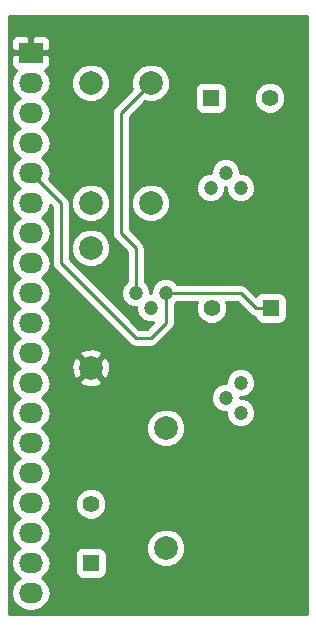
<source format=gbl>
G04 #@! TF.FileFunction,Copper,L2,Bot,Signal*
%FSLAX46Y46*%
G04 Gerber Fmt 4.6, Leading zero omitted, Abs format (unit mm)*
G04 Created by KiCad (PCBNEW 4.0.4+e1-6308~48~ubuntu16.04.1-stable) date Mon Oct 24 12:10:43 2016*
%MOMM*%
%LPD*%
G01*
G04 APERTURE LIST*
%ADD10C,0.100000*%
%ADD11R,1.400000X1.400000*%
%ADD12C,1.400000*%
%ADD13C,1.998980*%
%ADD14C,1.200000*%
%ADD15R,2.032000X1.727200*%
%ADD16O,2.032000X1.727200*%
%ADD17C,0.250000*%
%ADD18C,0.254000*%
G04 APERTURE END LIST*
D10*
D11*
X66040000Y-113030000D03*
D12*
X66040000Y-108030000D03*
D13*
X72390000Y-101600000D03*
X72390000Y-111760000D03*
D14*
X78740000Y-97790000D03*
X77470000Y-99060000D03*
X78740000Y-100330000D03*
X69850000Y-90170000D03*
X71120000Y-91440000D03*
X72390000Y-90170000D03*
D11*
X81280000Y-91440000D03*
D12*
X76280000Y-91440000D03*
D14*
X78740000Y-81280000D03*
X77470000Y-80010000D03*
X76200000Y-81280000D03*
D13*
X66040000Y-86360000D03*
X66040000Y-96520000D03*
D11*
X76200000Y-73660000D03*
D12*
X81200000Y-73660000D03*
D13*
X66040000Y-72390000D03*
X66040000Y-82550000D03*
X71120000Y-72390000D03*
X71120000Y-82550000D03*
D15*
X60960000Y-69850000D03*
D16*
X60960000Y-72390000D03*
X60960000Y-74930000D03*
X60960000Y-77470000D03*
X60960000Y-80010000D03*
X60960000Y-82550000D03*
X60960000Y-85090000D03*
X60960000Y-87630000D03*
X60960000Y-90170000D03*
X60960000Y-92710000D03*
X60960000Y-95250000D03*
X60960000Y-97790000D03*
X60960000Y-100330000D03*
X60960000Y-102870000D03*
X60960000Y-105410000D03*
X60960000Y-107950000D03*
X60960000Y-110490000D03*
X60960000Y-113030000D03*
X60960000Y-115570000D03*
D17*
X72390000Y-90170000D02*
X72390000Y-92710000D01*
X63500000Y-82550000D02*
X60960000Y-80010000D01*
X63500000Y-87630000D02*
X63500000Y-82550000D01*
X69850000Y-93980000D02*
X63500000Y-87630000D01*
X71120000Y-93980000D02*
X69850000Y-93980000D01*
X72390000Y-92710000D02*
X71120000Y-93980000D01*
X72390000Y-90170000D02*
X78740000Y-90170000D01*
X80010000Y-91440000D02*
X81280000Y-91440000D01*
X78740000Y-90170000D02*
X80010000Y-91440000D01*
X69850000Y-90170000D02*
X69850000Y-86360000D01*
X68580000Y-74930000D02*
X71120000Y-72390000D01*
X68580000Y-85090000D02*
X68580000Y-74930000D01*
X69850000Y-86360000D02*
X68580000Y-85090000D01*
D18*
G36*
X84380000Y-117400000D02*
X59130000Y-117400000D01*
X59130000Y-72390000D01*
X59276655Y-72390000D01*
X59390729Y-72963489D01*
X59715585Y-73449670D01*
X60030366Y-73660000D01*
X59715585Y-73870330D01*
X59390729Y-74356511D01*
X59276655Y-74930000D01*
X59390729Y-75503489D01*
X59715585Y-75989670D01*
X60030366Y-76200000D01*
X59715585Y-76410330D01*
X59390729Y-76896511D01*
X59276655Y-77470000D01*
X59390729Y-78043489D01*
X59715585Y-78529670D01*
X60030366Y-78740000D01*
X59715585Y-78950330D01*
X59390729Y-79436511D01*
X59276655Y-80010000D01*
X59390729Y-80583489D01*
X59715585Y-81069670D01*
X60030366Y-81280000D01*
X59715585Y-81490330D01*
X59390729Y-81976511D01*
X59276655Y-82550000D01*
X59390729Y-83123489D01*
X59715585Y-83609670D01*
X60030366Y-83820000D01*
X59715585Y-84030330D01*
X59390729Y-84516511D01*
X59276655Y-85090000D01*
X59390729Y-85663489D01*
X59715585Y-86149670D01*
X60030366Y-86360000D01*
X59715585Y-86570330D01*
X59390729Y-87056511D01*
X59276655Y-87630000D01*
X59390729Y-88203489D01*
X59715585Y-88689670D01*
X60030366Y-88900000D01*
X59715585Y-89110330D01*
X59390729Y-89596511D01*
X59276655Y-90170000D01*
X59390729Y-90743489D01*
X59715585Y-91229670D01*
X60030366Y-91440000D01*
X59715585Y-91650330D01*
X59390729Y-92136511D01*
X59276655Y-92710000D01*
X59390729Y-93283489D01*
X59715585Y-93769670D01*
X60030366Y-93980000D01*
X59715585Y-94190330D01*
X59390729Y-94676511D01*
X59276655Y-95250000D01*
X59390729Y-95823489D01*
X59715585Y-96309670D01*
X60030366Y-96520000D01*
X59715585Y-96730330D01*
X59390729Y-97216511D01*
X59276655Y-97790000D01*
X59390729Y-98363489D01*
X59715585Y-98849670D01*
X60030366Y-99060000D01*
X59715585Y-99270330D01*
X59390729Y-99756511D01*
X59276655Y-100330000D01*
X59390729Y-100903489D01*
X59715585Y-101389670D01*
X60030366Y-101600000D01*
X59715585Y-101810330D01*
X59390729Y-102296511D01*
X59276655Y-102870000D01*
X59390729Y-103443489D01*
X59715585Y-103929670D01*
X60030366Y-104140000D01*
X59715585Y-104350330D01*
X59390729Y-104836511D01*
X59276655Y-105410000D01*
X59390729Y-105983489D01*
X59715585Y-106469670D01*
X60030366Y-106680000D01*
X59715585Y-106890330D01*
X59390729Y-107376511D01*
X59276655Y-107950000D01*
X59390729Y-108523489D01*
X59715585Y-109009670D01*
X60030366Y-109220000D01*
X59715585Y-109430330D01*
X59390729Y-109916511D01*
X59276655Y-110490000D01*
X59390729Y-111063489D01*
X59715585Y-111549670D01*
X60030366Y-111760000D01*
X59715585Y-111970330D01*
X59390729Y-112456511D01*
X59276655Y-113030000D01*
X59390729Y-113603489D01*
X59715585Y-114089670D01*
X60030366Y-114300000D01*
X59715585Y-114510330D01*
X59390729Y-114996511D01*
X59276655Y-115570000D01*
X59390729Y-116143489D01*
X59715585Y-116629670D01*
X60201766Y-116954526D01*
X60775255Y-117068600D01*
X61144745Y-117068600D01*
X61718234Y-116954526D01*
X62204415Y-116629670D01*
X62529271Y-116143489D01*
X62643345Y-115570000D01*
X62529271Y-114996511D01*
X62204415Y-114510330D01*
X61889634Y-114300000D01*
X62204415Y-114089670D01*
X62529271Y-113603489D01*
X62643345Y-113030000D01*
X62529271Y-112456511D01*
X62444739Y-112330000D01*
X64692560Y-112330000D01*
X64692560Y-113730000D01*
X64736838Y-113965317D01*
X64875910Y-114181441D01*
X65088110Y-114326431D01*
X65340000Y-114377440D01*
X66740000Y-114377440D01*
X66975317Y-114333162D01*
X67191441Y-114194090D01*
X67336431Y-113981890D01*
X67387440Y-113730000D01*
X67387440Y-112330000D01*
X67343162Y-112094683D01*
X67336091Y-112083694D01*
X70755226Y-112083694D01*
X71003538Y-112684655D01*
X71462927Y-113144846D01*
X72063453Y-113394206D01*
X72713694Y-113394774D01*
X73314655Y-113146462D01*
X73774846Y-112687073D01*
X74024206Y-112086547D01*
X74024774Y-111436306D01*
X73776462Y-110835345D01*
X73317073Y-110375154D01*
X72716547Y-110125794D01*
X72066306Y-110125226D01*
X71465345Y-110373538D01*
X71005154Y-110832927D01*
X70755794Y-111433453D01*
X70755226Y-112083694D01*
X67336091Y-112083694D01*
X67204090Y-111878559D01*
X66991890Y-111733569D01*
X66740000Y-111682560D01*
X65340000Y-111682560D01*
X65104683Y-111726838D01*
X64888559Y-111865910D01*
X64743569Y-112078110D01*
X64692560Y-112330000D01*
X62444739Y-112330000D01*
X62204415Y-111970330D01*
X61889634Y-111760000D01*
X62204415Y-111549670D01*
X62529271Y-111063489D01*
X62643345Y-110490000D01*
X62529271Y-109916511D01*
X62204415Y-109430330D01*
X61889634Y-109220000D01*
X62204415Y-109009670D01*
X62529271Y-108523489D01*
X62574842Y-108294383D01*
X64704769Y-108294383D01*
X64907582Y-108785229D01*
X65282796Y-109161098D01*
X65773287Y-109364768D01*
X66304383Y-109365231D01*
X66795229Y-109162418D01*
X67171098Y-108787204D01*
X67374768Y-108296713D01*
X67375231Y-107765617D01*
X67172418Y-107274771D01*
X66797204Y-106898902D01*
X66306713Y-106695232D01*
X65775617Y-106694769D01*
X65284771Y-106897582D01*
X64908902Y-107272796D01*
X64705232Y-107763287D01*
X64704769Y-108294383D01*
X62574842Y-108294383D01*
X62643345Y-107950000D01*
X62529271Y-107376511D01*
X62204415Y-106890330D01*
X61889634Y-106680000D01*
X62204415Y-106469670D01*
X62529271Y-105983489D01*
X62643345Y-105410000D01*
X62529271Y-104836511D01*
X62204415Y-104350330D01*
X61889634Y-104140000D01*
X62204415Y-103929670D01*
X62529271Y-103443489D01*
X62643345Y-102870000D01*
X62529271Y-102296511D01*
X62280163Y-101923694D01*
X70755226Y-101923694D01*
X71003538Y-102524655D01*
X71462927Y-102984846D01*
X72063453Y-103234206D01*
X72713694Y-103234774D01*
X73314655Y-102986462D01*
X73774846Y-102527073D01*
X74024206Y-101926547D01*
X74024774Y-101276306D01*
X73776462Y-100675345D01*
X73317073Y-100215154D01*
X72716547Y-99965794D01*
X72066306Y-99965226D01*
X71465345Y-100213538D01*
X71005154Y-100672927D01*
X70755794Y-101273453D01*
X70755226Y-101923694D01*
X62280163Y-101923694D01*
X62204415Y-101810330D01*
X61889634Y-101600000D01*
X62204415Y-101389670D01*
X62529271Y-100903489D01*
X62643345Y-100330000D01*
X62529271Y-99756511D01*
X62227300Y-99304579D01*
X76234786Y-99304579D01*
X76422408Y-99758657D01*
X76769515Y-100106371D01*
X77223266Y-100294785D01*
X77505030Y-100295031D01*
X77504786Y-100574579D01*
X77692408Y-101028657D01*
X78039515Y-101376371D01*
X78493266Y-101564785D01*
X78984579Y-101565214D01*
X79438657Y-101377592D01*
X79786371Y-101030485D01*
X79974785Y-100576734D01*
X79975214Y-100085421D01*
X79787592Y-99631343D01*
X79440485Y-99283629D01*
X78986734Y-99095215D01*
X78704970Y-99094969D01*
X78705031Y-99024970D01*
X78984579Y-99025214D01*
X79438657Y-98837592D01*
X79786371Y-98490485D01*
X79974785Y-98036734D01*
X79975214Y-97545421D01*
X79787592Y-97091343D01*
X79440485Y-96743629D01*
X78986734Y-96555215D01*
X78495421Y-96554786D01*
X78041343Y-96742408D01*
X77693629Y-97089515D01*
X77505215Y-97543266D01*
X77504969Y-97825030D01*
X77225421Y-97824786D01*
X76771343Y-98012408D01*
X76423629Y-98359515D01*
X76235215Y-98813266D01*
X76234786Y-99304579D01*
X62227300Y-99304579D01*
X62204415Y-99270330D01*
X61889634Y-99060000D01*
X62204415Y-98849670D01*
X62529271Y-98363489D01*
X62643345Y-97790000D01*
X62619906Y-97672163D01*
X65067443Y-97672163D01*
X65166042Y-97938965D01*
X65775582Y-98165401D01*
X66425377Y-98141341D01*
X66913958Y-97938965D01*
X67012557Y-97672163D01*
X66040000Y-96699605D01*
X65067443Y-97672163D01*
X62619906Y-97672163D01*
X62529271Y-97216511D01*
X62204415Y-96730330D01*
X61889634Y-96520000D01*
X62204415Y-96309670D01*
X62240555Y-96255582D01*
X64394599Y-96255582D01*
X64418659Y-96905377D01*
X64621035Y-97393958D01*
X64887837Y-97492557D01*
X65860395Y-96520000D01*
X66219605Y-96520000D01*
X67192163Y-97492557D01*
X67458965Y-97393958D01*
X67685401Y-96784418D01*
X67661341Y-96134623D01*
X67458965Y-95646042D01*
X67192163Y-95547443D01*
X66219605Y-96520000D01*
X65860395Y-96520000D01*
X64887837Y-95547443D01*
X64621035Y-95646042D01*
X64394599Y-96255582D01*
X62240555Y-96255582D01*
X62529271Y-95823489D01*
X62619905Y-95367837D01*
X65067443Y-95367837D01*
X66040000Y-96340395D01*
X67012557Y-95367837D01*
X66913958Y-95101035D01*
X66304418Y-94874599D01*
X65654623Y-94898659D01*
X65166042Y-95101035D01*
X65067443Y-95367837D01*
X62619905Y-95367837D01*
X62643345Y-95250000D01*
X62529271Y-94676511D01*
X62204415Y-94190330D01*
X61889634Y-93980000D01*
X62204415Y-93769670D01*
X62529271Y-93283489D01*
X62643345Y-92710000D01*
X62529271Y-92136511D01*
X62204415Y-91650330D01*
X61889634Y-91440000D01*
X62204415Y-91229670D01*
X62529271Y-90743489D01*
X62643345Y-90170000D01*
X62529271Y-89596511D01*
X62204415Y-89110330D01*
X61889634Y-88900000D01*
X62204415Y-88689670D01*
X62529271Y-88203489D01*
X62643345Y-87630000D01*
X62529271Y-87056511D01*
X62204415Y-86570330D01*
X61889634Y-86360000D01*
X62204415Y-86149670D01*
X62529271Y-85663489D01*
X62643345Y-85090000D01*
X62529271Y-84516511D01*
X62204415Y-84030330D01*
X61889634Y-83820000D01*
X62204415Y-83609670D01*
X62529271Y-83123489D01*
X62607152Y-82731954D01*
X62740000Y-82864802D01*
X62740000Y-87630000D01*
X62797852Y-87920839D01*
X62962599Y-88167401D01*
X69312599Y-94517401D01*
X69559161Y-94682148D01*
X69850000Y-94740000D01*
X71120000Y-94740000D01*
X71410839Y-94682148D01*
X71657401Y-94517401D01*
X72927401Y-93247401D01*
X73092148Y-93000840D01*
X73150000Y-92710000D01*
X73150000Y-91156356D01*
X73376752Y-90930000D01*
X75046254Y-90930000D01*
X74945232Y-91173287D01*
X74944769Y-91704383D01*
X75147582Y-92195229D01*
X75522796Y-92571098D01*
X76013287Y-92774768D01*
X76544383Y-92775231D01*
X77035229Y-92572418D01*
X77411098Y-92197204D01*
X77614768Y-91706713D01*
X77615231Y-91175617D01*
X77513744Y-90930000D01*
X78425198Y-90930000D01*
X79472599Y-91977401D01*
X79719160Y-92142148D01*
X79941278Y-92186330D01*
X79976838Y-92375317D01*
X80115910Y-92591441D01*
X80328110Y-92736431D01*
X80580000Y-92787440D01*
X81980000Y-92787440D01*
X82215317Y-92743162D01*
X82431441Y-92604090D01*
X82576431Y-92391890D01*
X82627440Y-92140000D01*
X82627440Y-90740000D01*
X82583162Y-90504683D01*
X82444090Y-90288559D01*
X82231890Y-90143569D01*
X81980000Y-90092560D01*
X80580000Y-90092560D01*
X80344683Y-90136838D01*
X80128559Y-90275910D01*
X80044190Y-90399388D01*
X79277401Y-89632599D01*
X79030839Y-89467852D01*
X78740000Y-89410000D01*
X73376356Y-89410000D01*
X73090485Y-89123629D01*
X72636734Y-88935215D01*
X72145421Y-88934786D01*
X71691343Y-89122408D01*
X71343629Y-89469515D01*
X71155215Y-89923266D01*
X71154969Y-90205030D01*
X71084970Y-90204969D01*
X71085214Y-89925421D01*
X70897592Y-89471343D01*
X70610000Y-89183248D01*
X70610000Y-86360000D01*
X70587219Y-86245474D01*
X70552148Y-86069160D01*
X70387401Y-85822599D01*
X69340000Y-84775198D01*
X69340000Y-82873694D01*
X69485226Y-82873694D01*
X69733538Y-83474655D01*
X70192927Y-83934846D01*
X70793453Y-84184206D01*
X71443694Y-84184774D01*
X72044655Y-83936462D01*
X72504846Y-83477073D01*
X72754206Y-82876547D01*
X72754774Y-82226306D01*
X72506462Y-81625345D01*
X72405872Y-81524579D01*
X74964786Y-81524579D01*
X75152408Y-81978657D01*
X75499515Y-82326371D01*
X75953266Y-82514785D01*
X76444579Y-82515214D01*
X76898657Y-82327592D01*
X77246371Y-81980485D01*
X77434785Y-81526734D01*
X77435031Y-81244970D01*
X77505030Y-81245031D01*
X77504786Y-81524579D01*
X77692408Y-81978657D01*
X78039515Y-82326371D01*
X78493266Y-82514785D01*
X78984579Y-82515214D01*
X79438657Y-82327592D01*
X79786371Y-81980485D01*
X79974785Y-81526734D01*
X79975214Y-81035421D01*
X79787592Y-80581343D01*
X79440485Y-80233629D01*
X78986734Y-80045215D01*
X78704970Y-80044969D01*
X78705214Y-79765421D01*
X78517592Y-79311343D01*
X78170485Y-78963629D01*
X77716734Y-78775215D01*
X77225421Y-78774786D01*
X76771343Y-78962408D01*
X76423629Y-79309515D01*
X76235215Y-79763266D01*
X76234969Y-80045030D01*
X75955421Y-80044786D01*
X75501343Y-80232408D01*
X75153629Y-80579515D01*
X74965215Y-81033266D01*
X74964786Y-81524579D01*
X72405872Y-81524579D01*
X72047073Y-81165154D01*
X71446547Y-80915794D01*
X70796306Y-80915226D01*
X70195345Y-81163538D01*
X69735154Y-81622927D01*
X69485794Y-82223453D01*
X69485226Y-82873694D01*
X69340000Y-82873694D01*
X69340000Y-75244802D01*
X70628917Y-73955885D01*
X70793453Y-74024206D01*
X71443694Y-74024774D01*
X72044655Y-73776462D01*
X72504846Y-73317073D01*
X72653115Y-72960000D01*
X74852560Y-72960000D01*
X74852560Y-74360000D01*
X74896838Y-74595317D01*
X75035910Y-74811441D01*
X75248110Y-74956431D01*
X75500000Y-75007440D01*
X76900000Y-75007440D01*
X77135317Y-74963162D01*
X77351441Y-74824090D01*
X77496431Y-74611890D01*
X77547440Y-74360000D01*
X77547440Y-73924383D01*
X79864769Y-73924383D01*
X80067582Y-74415229D01*
X80442796Y-74791098D01*
X80933287Y-74994768D01*
X81464383Y-74995231D01*
X81955229Y-74792418D01*
X82331098Y-74417204D01*
X82534768Y-73926713D01*
X82535231Y-73395617D01*
X82332418Y-72904771D01*
X81957204Y-72528902D01*
X81466713Y-72325232D01*
X80935617Y-72324769D01*
X80444771Y-72527582D01*
X80068902Y-72902796D01*
X79865232Y-73393287D01*
X79864769Y-73924383D01*
X77547440Y-73924383D01*
X77547440Y-72960000D01*
X77503162Y-72724683D01*
X77364090Y-72508559D01*
X77151890Y-72363569D01*
X76900000Y-72312560D01*
X75500000Y-72312560D01*
X75264683Y-72356838D01*
X75048559Y-72495910D01*
X74903569Y-72708110D01*
X74852560Y-72960000D01*
X72653115Y-72960000D01*
X72754206Y-72716547D01*
X72754774Y-72066306D01*
X72506462Y-71465345D01*
X72047073Y-71005154D01*
X71446547Y-70755794D01*
X70796306Y-70755226D01*
X70195345Y-71003538D01*
X69735154Y-71462927D01*
X69485794Y-72063453D01*
X69485226Y-72713694D01*
X69554309Y-72880889D01*
X68042599Y-74392599D01*
X67877852Y-74639161D01*
X67820000Y-74930000D01*
X67820000Y-85090000D01*
X67877852Y-85380839D01*
X68042599Y-85627401D01*
X69090000Y-86674802D01*
X69090000Y-89183644D01*
X68803629Y-89469515D01*
X68615215Y-89923266D01*
X68614786Y-90414579D01*
X68802408Y-90868657D01*
X69149515Y-91216371D01*
X69603266Y-91404785D01*
X69885030Y-91405031D01*
X69884786Y-91684579D01*
X70072408Y-92138657D01*
X70419515Y-92486371D01*
X70873266Y-92674785D01*
X71349997Y-92675201D01*
X70805198Y-93220000D01*
X70164802Y-93220000D01*
X64260000Y-87315198D01*
X64260000Y-86683694D01*
X64405226Y-86683694D01*
X64653538Y-87284655D01*
X65112927Y-87744846D01*
X65713453Y-87994206D01*
X66363694Y-87994774D01*
X66964655Y-87746462D01*
X67424846Y-87287073D01*
X67674206Y-86686547D01*
X67674774Y-86036306D01*
X67426462Y-85435345D01*
X66967073Y-84975154D01*
X66366547Y-84725794D01*
X65716306Y-84725226D01*
X65115345Y-84973538D01*
X64655154Y-85432927D01*
X64405794Y-86033453D01*
X64405226Y-86683694D01*
X64260000Y-86683694D01*
X64260000Y-82873694D01*
X64405226Y-82873694D01*
X64653538Y-83474655D01*
X65112927Y-83934846D01*
X65713453Y-84184206D01*
X66363694Y-84184774D01*
X66964655Y-83936462D01*
X67424846Y-83477073D01*
X67674206Y-82876547D01*
X67674774Y-82226306D01*
X67426462Y-81625345D01*
X66967073Y-81165154D01*
X66366547Y-80915794D01*
X65716306Y-80915226D01*
X65115345Y-81163538D01*
X64655154Y-81622927D01*
X64405794Y-82223453D01*
X64405226Y-82873694D01*
X64260000Y-82873694D01*
X64260000Y-82550000D01*
X64202148Y-82259161D01*
X64202148Y-82259160D01*
X64037401Y-82012599D01*
X62542381Y-80517579D01*
X62643345Y-80010000D01*
X62529271Y-79436511D01*
X62204415Y-78950330D01*
X61889634Y-78740000D01*
X62204415Y-78529670D01*
X62529271Y-78043489D01*
X62643345Y-77470000D01*
X62529271Y-76896511D01*
X62204415Y-76410330D01*
X61889634Y-76200000D01*
X62204415Y-75989670D01*
X62529271Y-75503489D01*
X62643345Y-74930000D01*
X62529271Y-74356511D01*
X62204415Y-73870330D01*
X61889634Y-73660000D01*
X62204415Y-73449670D01*
X62529271Y-72963489D01*
X62578958Y-72713694D01*
X64405226Y-72713694D01*
X64653538Y-73314655D01*
X65112927Y-73774846D01*
X65713453Y-74024206D01*
X66363694Y-74024774D01*
X66964655Y-73776462D01*
X67424846Y-73317073D01*
X67674206Y-72716547D01*
X67674774Y-72066306D01*
X67426462Y-71465345D01*
X66967073Y-71005154D01*
X66366547Y-70755794D01*
X65716306Y-70755226D01*
X65115345Y-71003538D01*
X64655154Y-71462927D01*
X64405794Y-72063453D01*
X64405226Y-72713694D01*
X62578958Y-72713694D01*
X62643345Y-72390000D01*
X62529271Y-71816511D01*
X62204415Y-71330330D01*
X62182220Y-71315500D01*
X62335699Y-71251927D01*
X62514327Y-71073298D01*
X62611000Y-70839909D01*
X62611000Y-70135750D01*
X62452250Y-69977000D01*
X61087000Y-69977000D01*
X61087000Y-69997000D01*
X60833000Y-69997000D01*
X60833000Y-69977000D01*
X59467750Y-69977000D01*
X59309000Y-70135750D01*
X59309000Y-70839909D01*
X59405673Y-71073298D01*
X59584301Y-71251927D01*
X59737780Y-71315500D01*
X59715585Y-71330330D01*
X59390729Y-71816511D01*
X59276655Y-72390000D01*
X59130000Y-72390000D01*
X59130000Y-68860091D01*
X59309000Y-68860091D01*
X59309000Y-69564250D01*
X59467750Y-69723000D01*
X60833000Y-69723000D01*
X60833000Y-68510150D01*
X61087000Y-68510150D01*
X61087000Y-69723000D01*
X62452250Y-69723000D01*
X62611000Y-69564250D01*
X62611000Y-68860091D01*
X62514327Y-68626702D01*
X62335699Y-68448073D01*
X62102310Y-68351400D01*
X61245750Y-68351400D01*
X61087000Y-68510150D01*
X60833000Y-68510150D01*
X60674250Y-68351400D01*
X59817690Y-68351400D01*
X59584301Y-68448073D01*
X59405673Y-68626702D01*
X59309000Y-68860091D01*
X59130000Y-68860091D01*
X59130000Y-66750000D01*
X84380000Y-66750000D01*
X84380000Y-117400000D01*
X84380000Y-117400000D01*
G37*
X84380000Y-117400000D02*
X59130000Y-117400000D01*
X59130000Y-72390000D01*
X59276655Y-72390000D01*
X59390729Y-72963489D01*
X59715585Y-73449670D01*
X60030366Y-73660000D01*
X59715585Y-73870330D01*
X59390729Y-74356511D01*
X59276655Y-74930000D01*
X59390729Y-75503489D01*
X59715585Y-75989670D01*
X60030366Y-76200000D01*
X59715585Y-76410330D01*
X59390729Y-76896511D01*
X59276655Y-77470000D01*
X59390729Y-78043489D01*
X59715585Y-78529670D01*
X60030366Y-78740000D01*
X59715585Y-78950330D01*
X59390729Y-79436511D01*
X59276655Y-80010000D01*
X59390729Y-80583489D01*
X59715585Y-81069670D01*
X60030366Y-81280000D01*
X59715585Y-81490330D01*
X59390729Y-81976511D01*
X59276655Y-82550000D01*
X59390729Y-83123489D01*
X59715585Y-83609670D01*
X60030366Y-83820000D01*
X59715585Y-84030330D01*
X59390729Y-84516511D01*
X59276655Y-85090000D01*
X59390729Y-85663489D01*
X59715585Y-86149670D01*
X60030366Y-86360000D01*
X59715585Y-86570330D01*
X59390729Y-87056511D01*
X59276655Y-87630000D01*
X59390729Y-88203489D01*
X59715585Y-88689670D01*
X60030366Y-88900000D01*
X59715585Y-89110330D01*
X59390729Y-89596511D01*
X59276655Y-90170000D01*
X59390729Y-90743489D01*
X59715585Y-91229670D01*
X60030366Y-91440000D01*
X59715585Y-91650330D01*
X59390729Y-92136511D01*
X59276655Y-92710000D01*
X59390729Y-93283489D01*
X59715585Y-93769670D01*
X60030366Y-93980000D01*
X59715585Y-94190330D01*
X59390729Y-94676511D01*
X59276655Y-95250000D01*
X59390729Y-95823489D01*
X59715585Y-96309670D01*
X60030366Y-96520000D01*
X59715585Y-96730330D01*
X59390729Y-97216511D01*
X59276655Y-97790000D01*
X59390729Y-98363489D01*
X59715585Y-98849670D01*
X60030366Y-99060000D01*
X59715585Y-99270330D01*
X59390729Y-99756511D01*
X59276655Y-100330000D01*
X59390729Y-100903489D01*
X59715585Y-101389670D01*
X60030366Y-101600000D01*
X59715585Y-101810330D01*
X59390729Y-102296511D01*
X59276655Y-102870000D01*
X59390729Y-103443489D01*
X59715585Y-103929670D01*
X60030366Y-104140000D01*
X59715585Y-104350330D01*
X59390729Y-104836511D01*
X59276655Y-105410000D01*
X59390729Y-105983489D01*
X59715585Y-106469670D01*
X60030366Y-106680000D01*
X59715585Y-106890330D01*
X59390729Y-107376511D01*
X59276655Y-107950000D01*
X59390729Y-108523489D01*
X59715585Y-109009670D01*
X60030366Y-109220000D01*
X59715585Y-109430330D01*
X59390729Y-109916511D01*
X59276655Y-110490000D01*
X59390729Y-111063489D01*
X59715585Y-111549670D01*
X60030366Y-111760000D01*
X59715585Y-111970330D01*
X59390729Y-112456511D01*
X59276655Y-113030000D01*
X59390729Y-113603489D01*
X59715585Y-114089670D01*
X60030366Y-114300000D01*
X59715585Y-114510330D01*
X59390729Y-114996511D01*
X59276655Y-115570000D01*
X59390729Y-116143489D01*
X59715585Y-116629670D01*
X60201766Y-116954526D01*
X60775255Y-117068600D01*
X61144745Y-117068600D01*
X61718234Y-116954526D01*
X62204415Y-116629670D01*
X62529271Y-116143489D01*
X62643345Y-115570000D01*
X62529271Y-114996511D01*
X62204415Y-114510330D01*
X61889634Y-114300000D01*
X62204415Y-114089670D01*
X62529271Y-113603489D01*
X62643345Y-113030000D01*
X62529271Y-112456511D01*
X62444739Y-112330000D01*
X64692560Y-112330000D01*
X64692560Y-113730000D01*
X64736838Y-113965317D01*
X64875910Y-114181441D01*
X65088110Y-114326431D01*
X65340000Y-114377440D01*
X66740000Y-114377440D01*
X66975317Y-114333162D01*
X67191441Y-114194090D01*
X67336431Y-113981890D01*
X67387440Y-113730000D01*
X67387440Y-112330000D01*
X67343162Y-112094683D01*
X67336091Y-112083694D01*
X70755226Y-112083694D01*
X71003538Y-112684655D01*
X71462927Y-113144846D01*
X72063453Y-113394206D01*
X72713694Y-113394774D01*
X73314655Y-113146462D01*
X73774846Y-112687073D01*
X74024206Y-112086547D01*
X74024774Y-111436306D01*
X73776462Y-110835345D01*
X73317073Y-110375154D01*
X72716547Y-110125794D01*
X72066306Y-110125226D01*
X71465345Y-110373538D01*
X71005154Y-110832927D01*
X70755794Y-111433453D01*
X70755226Y-112083694D01*
X67336091Y-112083694D01*
X67204090Y-111878559D01*
X66991890Y-111733569D01*
X66740000Y-111682560D01*
X65340000Y-111682560D01*
X65104683Y-111726838D01*
X64888559Y-111865910D01*
X64743569Y-112078110D01*
X64692560Y-112330000D01*
X62444739Y-112330000D01*
X62204415Y-111970330D01*
X61889634Y-111760000D01*
X62204415Y-111549670D01*
X62529271Y-111063489D01*
X62643345Y-110490000D01*
X62529271Y-109916511D01*
X62204415Y-109430330D01*
X61889634Y-109220000D01*
X62204415Y-109009670D01*
X62529271Y-108523489D01*
X62574842Y-108294383D01*
X64704769Y-108294383D01*
X64907582Y-108785229D01*
X65282796Y-109161098D01*
X65773287Y-109364768D01*
X66304383Y-109365231D01*
X66795229Y-109162418D01*
X67171098Y-108787204D01*
X67374768Y-108296713D01*
X67375231Y-107765617D01*
X67172418Y-107274771D01*
X66797204Y-106898902D01*
X66306713Y-106695232D01*
X65775617Y-106694769D01*
X65284771Y-106897582D01*
X64908902Y-107272796D01*
X64705232Y-107763287D01*
X64704769Y-108294383D01*
X62574842Y-108294383D01*
X62643345Y-107950000D01*
X62529271Y-107376511D01*
X62204415Y-106890330D01*
X61889634Y-106680000D01*
X62204415Y-106469670D01*
X62529271Y-105983489D01*
X62643345Y-105410000D01*
X62529271Y-104836511D01*
X62204415Y-104350330D01*
X61889634Y-104140000D01*
X62204415Y-103929670D01*
X62529271Y-103443489D01*
X62643345Y-102870000D01*
X62529271Y-102296511D01*
X62280163Y-101923694D01*
X70755226Y-101923694D01*
X71003538Y-102524655D01*
X71462927Y-102984846D01*
X72063453Y-103234206D01*
X72713694Y-103234774D01*
X73314655Y-102986462D01*
X73774846Y-102527073D01*
X74024206Y-101926547D01*
X74024774Y-101276306D01*
X73776462Y-100675345D01*
X73317073Y-100215154D01*
X72716547Y-99965794D01*
X72066306Y-99965226D01*
X71465345Y-100213538D01*
X71005154Y-100672927D01*
X70755794Y-101273453D01*
X70755226Y-101923694D01*
X62280163Y-101923694D01*
X62204415Y-101810330D01*
X61889634Y-101600000D01*
X62204415Y-101389670D01*
X62529271Y-100903489D01*
X62643345Y-100330000D01*
X62529271Y-99756511D01*
X62227300Y-99304579D01*
X76234786Y-99304579D01*
X76422408Y-99758657D01*
X76769515Y-100106371D01*
X77223266Y-100294785D01*
X77505030Y-100295031D01*
X77504786Y-100574579D01*
X77692408Y-101028657D01*
X78039515Y-101376371D01*
X78493266Y-101564785D01*
X78984579Y-101565214D01*
X79438657Y-101377592D01*
X79786371Y-101030485D01*
X79974785Y-100576734D01*
X79975214Y-100085421D01*
X79787592Y-99631343D01*
X79440485Y-99283629D01*
X78986734Y-99095215D01*
X78704970Y-99094969D01*
X78705031Y-99024970D01*
X78984579Y-99025214D01*
X79438657Y-98837592D01*
X79786371Y-98490485D01*
X79974785Y-98036734D01*
X79975214Y-97545421D01*
X79787592Y-97091343D01*
X79440485Y-96743629D01*
X78986734Y-96555215D01*
X78495421Y-96554786D01*
X78041343Y-96742408D01*
X77693629Y-97089515D01*
X77505215Y-97543266D01*
X77504969Y-97825030D01*
X77225421Y-97824786D01*
X76771343Y-98012408D01*
X76423629Y-98359515D01*
X76235215Y-98813266D01*
X76234786Y-99304579D01*
X62227300Y-99304579D01*
X62204415Y-99270330D01*
X61889634Y-99060000D01*
X62204415Y-98849670D01*
X62529271Y-98363489D01*
X62643345Y-97790000D01*
X62619906Y-97672163D01*
X65067443Y-97672163D01*
X65166042Y-97938965D01*
X65775582Y-98165401D01*
X66425377Y-98141341D01*
X66913958Y-97938965D01*
X67012557Y-97672163D01*
X66040000Y-96699605D01*
X65067443Y-97672163D01*
X62619906Y-97672163D01*
X62529271Y-97216511D01*
X62204415Y-96730330D01*
X61889634Y-96520000D01*
X62204415Y-96309670D01*
X62240555Y-96255582D01*
X64394599Y-96255582D01*
X64418659Y-96905377D01*
X64621035Y-97393958D01*
X64887837Y-97492557D01*
X65860395Y-96520000D01*
X66219605Y-96520000D01*
X67192163Y-97492557D01*
X67458965Y-97393958D01*
X67685401Y-96784418D01*
X67661341Y-96134623D01*
X67458965Y-95646042D01*
X67192163Y-95547443D01*
X66219605Y-96520000D01*
X65860395Y-96520000D01*
X64887837Y-95547443D01*
X64621035Y-95646042D01*
X64394599Y-96255582D01*
X62240555Y-96255582D01*
X62529271Y-95823489D01*
X62619905Y-95367837D01*
X65067443Y-95367837D01*
X66040000Y-96340395D01*
X67012557Y-95367837D01*
X66913958Y-95101035D01*
X66304418Y-94874599D01*
X65654623Y-94898659D01*
X65166042Y-95101035D01*
X65067443Y-95367837D01*
X62619905Y-95367837D01*
X62643345Y-95250000D01*
X62529271Y-94676511D01*
X62204415Y-94190330D01*
X61889634Y-93980000D01*
X62204415Y-93769670D01*
X62529271Y-93283489D01*
X62643345Y-92710000D01*
X62529271Y-92136511D01*
X62204415Y-91650330D01*
X61889634Y-91440000D01*
X62204415Y-91229670D01*
X62529271Y-90743489D01*
X62643345Y-90170000D01*
X62529271Y-89596511D01*
X62204415Y-89110330D01*
X61889634Y-88900000D01*
X62204415Y-88689670D01*
X62529271Y-88203489D01*
X62643345Y-87630000D01*
X62529271Y-87056511D01*
X62204415Y-86570330D01*
X61889634Y-86360000D01*
X62204415Y-86149670D01*
X62529271Y-85663489D01*
X62643345Y-85090000D01*
X62529271Y-84516511D01*
X62204415Y-84030330D01*
X61889634Y-83820000D01*
X62204415Y-83609670D01*
X62529271Y-83123489D01*
X62607152Y-82731954D01*
X62740000Y-82864802D01*
X62740000Y-87630000D01*
X62797852Y-87920839D01*
X62962599Y-88167401D01*
X69312599Y-94517401D01*
X69559161Y-94682148D01*
X69850000Y-94740000D01*
X71120000Y-94740000D01*
X71410839Y-94682148D01*
X71657401Y-94517401D01*
X72927401Y-93247401D01*
X73092148Y-93000840D01*
X73150000Y-92710000D01*
X73150000Y-91156356D01*
X73376752Y-90930000D01*
X75046254Y-90930000D01*
X74945232Y-91173287D01*
X74944769Y-91704383D01*
X75147582Y-92195229D01*
X75522796Y-92571098D01*
X76013287Y-92774768D01*
X76544383Y-92775231D01*
X77035229Y-92572418D01*
X77411098Y-92197204D01*
X77614768Y-91706713D01*
X77615231Y-91175617D01*
X77513744Y-90930000D01*
X78425198Y-90930000D01*
X79472599Y-91977401D01*
X79719160Y-92142148D01*
X79941278Y-92186330D01*
X79976838Y-92375317D01*
X80115910Y-92591441D01*
X80328110Y-92736431D01*
X80580000Y-92787440D01*
X81980000Y-92787440D01*
X82215317Y-92743162D01*
X82431441Y-92604090D01*
X82576431Y-92391890D01*
X82627440Y-92140000D01*
X82627440Y-90740000D01*
X82583162Y-90504683D01*
X82444090Y-90288559D01*
X82231890Y-90143569D01*
X81980000Y-90092560D01*
X80580000Y-90092560D01*
X80344683Y-90136838D01*
X80128559Y-90275910D01*
X80044190Y-90399388D01*
X79277401Y-89632599D01*
X79030839Y-89467852D01*
X78740000Y-89410000D01*
X73376356Y-89410000D01*
X73090485Y-89123629D01*
X72636734Y-88935215D01*
X72145421Y-88934786D01*
X71691343Y-89122408D01*
X71343629Y-89469515D01*
X71155215Y-89923266D01*
X71154969Y-90205030D01*
X71084970Y-90204969D01*
X71085214Y-89925421D01*
X70897592Y-89471343D01*
X70610000Y-89183248D01*
X70610000Y-86360000D01*
X70587219Y-86245474D01*
X70552148Y-86069160D01*
X70387401Y-85822599D01*
X69340000Y-84775198D01*
X69340000Y-82873694D01*
X69485226Y-82873694D01*
X69733538Y-83474655D01*
X70192927Y-83934846D01*
X70793453Y-84184206D01*
X71443694Y-84184774D01*
X72044655Y-83936462D01*
X72504846Y-83477073D01*
X72754206Y-82876547D01*
X72754774Y-82226306D01*
X72506462Y-81625345D01*
X72405872Y-81524579D01*
X74964786Y-81524579D01*
X75152408Y-81978657D01*
X75499515Y-82326371D01*
X75953266Y-82514785D01*
X76444579Y-82515214D01*
X76898657Y-82327592D01*
X77246371Y-81980485D01*
X77434785Y-81526734D01*
X77435031Y-81244970D01*
X77505030Y-81245031D01*
X77504786Y-81524579D01*
X77692408Y-81978657D01*
X78039515Y-82326371D01*
X78493266Y-82514785D01*
X78984579Y-82515214D01*
X79438657Y-82327592D01*
X79786371Y-81980485D01*
X79974785Y-81526734D01*
X79975214Y-81035421D01*
X79787592Y-80581343D01*
X79440485Y-80233629D01*
X78986734Y-80045215D01*
X78704970Y-80044969D01*
X78705214Y-79765421D01*
X78517592Y-79311343D01*
X78170485Y-78963629D01*
X77716734Y-78775215D01*
X77225421Y-78774786D01*
X76771343Y-78962408D01*
X76423629Y-79309515D01*
X76235215Y-79763266D01*
X76234969Y-80045030D01*
X75955421Y-80044786D01*
X75501343Y-80232408D01*
X75153629Y-80579515D01*
X74965215Y-81033266D01*
X74964786Y-81524579D01*
X72405872Y-81524579D01*
X72047073Y-81165154D01*
X71446547Y-80915794D01*
X70796306Y-80915226D01*
X70195345Y-81163538D01*
X69735154Y-81622927D01*
X69485794Y-82223453D01*
X69485226Y-82873694D01*
X69340000Y-82873694D01*
X69340000Y-75244802D01*
X70628917Y-73955885D01*
X70793453Y-74024206D01*
X71443694Y-74024774D01*
X72044655Y-73776462D01*
X72504846Y-73317073D01*
X72653115Y-72960000D01*
X74852560Y-72960000D01*
X74852560Y-74360000D01*
X74896838Y-74595317D01*
X75035910Y-74811441D01*
X75248110Y-74956431D01*
X75500000Y-75007440D01*
X76900000Y-75007440D01*
X77135317Y-74963162D01*
X77351441Y-74824090D01*
X77496431Y-74611890D01*
X77547440Y-74360000D01*
X77547440Y-73924383D01*
X79864769Y-73924383D01*
X80067582Y-74415229D01*
X80442796Y-74791098D01*
X80933287Y-74994768D01*
X81464383Y-74995231D01*
X81955229Y-74792418D01*
X82331098Y-74417204D01*
X82534768Y-73926713D01*
X82535231Y-73395617D01*
X82332418Y-72904771D01*
X81957204Y-72528902D01*
X81466713Y-72325232D01*
X80935617Y-72324769D01*
X80444771Y-72527582D01*
X80068902Y-72902796D01*
X79865232Y-73393287D01*
X79864769Y-73924383D01*
X77547440Y-73924383D01*
X77547440Y-72960000D01*
X77503162Y-72724683D01*
X77364090Y-72508559D01*
X77151890Y-72363569D01*
X76900000Y-72312560D01*
X75500000Y-72312560D01*
X75264683Y-72356838D01*
X75048559Y-72495910D01*
X74903569Y-72708110D01*
X74852560Y-72960000D01*
X72653115Y-72960000D01*
X72754206Y-72716547D01*
X72754774Y-72066306D01*
X72506462Y-71465345D01*
X72047073Y-71005154D01*
X71446547Y-70755794D01*
X70796306Y-70755226D01*
X70195345Y-71003538D01*
X69735154Y-71462927D01*
X69485794Y-72063453D01*
X69485226Y-72713694D01*
X69554309Y-72880889D01*
X68042599Y-74392599D01*
X67877852Y-74639161D01*
X67820000Y-74930000D01*
X67820000Y-85090000D01*
X67877852Y-85380839D01*
X68042599Y-85627401D01*
X69090000Y-86674802D01*
X69090000Y-89183644D01*
X68803629Y-89469515D01*
X68615215Y-89923266D01*
X68614786Y-90414579D01*
X68802408Y-90868657D01*
X69149515Y-91216371D01*
X69603266Y-91404785D01*
X69885030Y-91405031D01*
X69884786Y-91684579D01*
X70072408Y-92138657D01*
X70419515Y-92486371D01*
X70873266Y-92674785D01*
X71349997Y-92675201D01*
X70805198Y-93220000D01*
X70164802Y-93220000D01*
X64260000Y-87315198D01*
X64260000Y-86683694D01*
X64405226Y-86683694D01*
X64653538Y-87284655D01*
X65112927Y-87744846D01*
X65713453Y-87994206D01*
X66363694Y-87994774D01*
X66964655Y-87746462D01*
X67424846Y-87287073D01*
X67674206Y-86686547D01*
X67674774Y-86036306D01*
X67426462Y-85435345D01*
X66967073Y-84975154D01*
X66366547Y-84725794D01*
X65716306Y-84725226D01*
X65115345Y-84973538D01*
X64655154Y-85432927D01*
X64405794Y-86033453D01*
X64405226Y-86683694D01*
X64260000Y-86683694D01*
X64260000Y-82873694D01*
X64405226Y-82873694D01*
X64653538Y-83474655D01*
X65112927Y-83934846D01*
X65713453Y-84184206D01*
X66363694Y-84184774D01*
X66964655Y-83936462D01*
X67424846Y-83477073D01*
X67674206Y-82876547D01*
X67674774Y-82226306D01*
X67426462Y-81625345D01*
X66967073Y-81165154D01*
X66366547Y-80915794D01*
X65716306Y-80915226D01*
X65115345Y-81163538D01*
X64655154Y-81622927D01*
X64405794Y-82223453D01*
X64405226Y-82873694D01*
X64260000Y-82873694D01*
X64260000Y-82550000D01*
X64202148Y-82259161D01*
X64202148Y-82259160D01*
X64037401Y-82012599D01*
X62542381Y-80517579D01*
X62643345Y-80010000D01*
X62529271Y-79436511D01*
X62204415Y-78950330D01*
X61889634Y-78740000D01*
X62204415Y-78529670D01*
X62529271Y-78043489D01*
X62643345Y-77470000D01*
X62529271Y-76896511D01*
X62204415Y-76410330D01*
X61889634Y-76200000D01*
X62204415Y-75989670D01*
X62529271Y-75503489D01*
X62643345Y-74930000D01*
X62529271Y-74356511D01*
X62204415Y-73870330D01*
X61889634Y-73660000D01*
X62204415Y-73449670D01*
X62529271Y-72963489D01*
X62578958Y-72713694D01*
X64405226Y-72713694D01*
X64653538Y-73314655D01*
X65112927Y-73774846D01*
X65713453Y-74024206D01*
X66363694Y-74024774D01*
X66964655Y-73776462D01*
X67424846Y-73317073D01*
X67674206Y-72716547D01*
X67674774Y-72066306D01*
X67426462Y-71465345D01*
X66967073Y-71005154D01*
X66366547Y-70755794D01*
X65716306Y-70755226D01*
X65115345Y-71003538D01*
X64655154Y-71462927D01*
X64405794Y-72063453D01*
X64405226Y-72713694D01*
X62578958Y-72713694D01*
X62643345Y-72390000D01*
X62529271Y-71816511D01*
X62204415Y-71330330D01*
X62182220Y-71315500D01*
X62335699Y-71251927D01*
X62514327Y-71073298D01*
X62611000Y-70839909D01*
X62611000Y-70135750D01*
X62452250Y-69977000D01*
X61087000Y-69977000D01*
X61087000Y-69997000D01*
X60833000Y-69997000D01*
X60833000Y-69977000D01*
X59467750Y-69977000D01*
X59309000Y-70135750D01*
X59309000Y-70839909D01*
X59405673Y-71073298D01*
X59584301Y-71251927D01*
X59737780Y-71315500D01*
X59715585Y-71330330D01*
X59390729Y-71816511D01*
X59276655Y-72390000D01*
X59130000Y-72390000D01*
X59130000Y-68860091D01*
X59309000Y-68860091D01*
X59309000Y-69564250D01*
X59467750Y-69723000D01*
X60833000Y-69723000D01*
X60833000Y-68510150D01*
X61087000Y-68510150D01*
X61087000Y-69723000D01*
X62452250Y-69723000D01*
X62611000Y-69564250D01*
X62611000Y-68860091D01*
X62514327Y-68626702D01*
X62335699Y-68448073D01*
X62102310Y-68351400D01*
X61245750Y-68351400D01*
X61087000Y-68510150D01*
X60833000Y-68510150D01*
X60674250Y-68351400D01*
X59817690Y-68351400D01*
X59584301Y-68448073D01*
X59405673Y-68626702D01*
X59309000Y-68860091D01*
X59130000Y-68860091D01*
X59130000Y-66750000D01*
X84380000Y-66750000D01*
X84380000Y-117400000D01*
M02*

</source>
